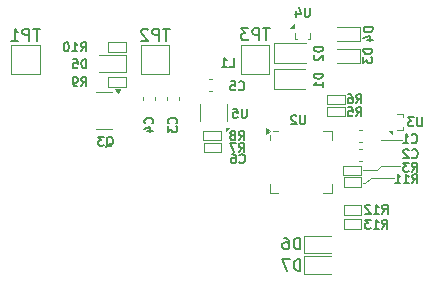
<source format=gbr>
%TF.GenerationSoftware,KiCad,Pcbnew,8.0.1*%
%TF.CreationDate,2024-09-08T05:12:41-06:00*%
%TF.ProjectId,USBHIDKey,55534248-4944-44b6-9579-2e6b69636164,rev?*%
%TF.SameCoordinates,Original*%
%TF.FileFunction,Legend,Bot*%
%TF.FilePolarity,Positive*%
%FSLAX46Y46*%
G04 Gerber Fmt 4.6, Leading zero omitted, Abs format (unit mm)*
G04 Created by KiCad (PCBNEW 8.0.1) date 2024-09-08 05:12:41*
%MOMM*%
%LPD*%
G01*
G04 APERTURE LIST*
%ADD10C,0.100000*%
%ADD11C,0.152400*%
%ADD12C,0.150000*%
%ADD13C,0.120000*%
G04 APERTURE END LIST*
D10*
X250494800Y-70180200D02*
X250164600Y-70510400D01*
X250164600Y-70510400D02*
X249021600Y-70510400D01*
X252095000Y-70180200D02*
X250494800Y-70180200D01*
X249199400Y-71577200D02*
X249021600Y-71577200D01*
X249631200Y-71145400D02*
X249199400Y-71577200D01*
X251612400Y-71145400D02*
X249631200Y-71145400D01*
X252285500Y-67945000D02*
X250494800Y-67945000D01*
D11*
X233164619Y-66548000D02*
X233200905Y-66511714D01*
X233200905Y-66511714D02*
X233237190Y-66402857D01*
X233237190Y-66402857D02*
X233237190Y-66330285D01*
X233237190Y-66330285D02*
X233200905Y-66221428D01*
X233200905Y-66221428D02*
X233128333Y-66148857D01*
X233128333Y-66148857D02*
X233055762Y-66112571D01*
X233055762Y-66112571D02*
X232910619Y-66076285D01*
X232910619Y-66076285D02*
X232801762Y-66076285D01*
X232801762Y-66076285D02*
X232656619Y-66112571D01*
X232656619Y-66112571D02*
X232584047Y-66148857D01*
X232584047Y-66148857D02*
X232511476Y-66221428D01*
X232511476Y-66221428D02*
X232475190Y-66330285D01*
X232475190Y-66330285D02*
X232475190Y-66402857D01*
X232475190Y-66402857D02*
X232511476Y-66511714D01*
X232511476Y-66511714D02*
X232547762Y-66548000D01*
X232475190Y-66802000D02*
X232475190Y-67273714D01*
X232475190Y-67273714D02*
X232765476Y-67019714D01*
X232765476Y-67019714D02*
X232765476Y-67128571D01*
X232765476Y-67128571D02*
X232801762Y-67201143D01*
X232801762Y-67201143D02*
X232838047Y-67237428D01*
X232838047Y-67237428D02*
X232910619Y-67273714D01*
X232910619Y-67273714D02*
X233092047Y-67273714D01*
X233092047Y-67273714D02*
X233164619Y-67237428D01*
X233164619Y-67237428D02*
X233200905Y-67201143D01*
X233200905Y-67201143D02*
X233237190Y-67128571D01*
X233237190Y-67128571D02*
X233237190Y-66910857D01*
X233237190Y-66910857D02*
X233200905Y-66838285D01*
X233200905Y-66838285D02*
X233164619Y-66802000D01*
X231158019Y-66548000D02*
X231194305Y-66511714D01*
X231194305Y-66511714D02*
X231230590Y-66402857D01*
X231230590Y-66402857D02*
X231230590Y-66330285D01*
X231230590Y-66330285D02*
X231194305Y-66221428D01*
X231194305Y-66221428D02*
X231121733Y-66148857D01*
X231121733Y-66148857D02*
X231049162Y-66112571D01*
X231049162Y-66112571D02*
X230904019Y-66076285D01*
X230904019Y-66076285D02*
X230795162Y-66076285D01*
X230795162Y-66076285D02*
X230650019Y-66112571D01*
X230650019Y-66112571D02*
X230577447Y-66148857D01*
X230577447Y-66148857D02*
X230504876Y-66221428D01*
X230504876Y-66221428D02*
X230468590Y-66330285D01*
X230468590Y-66330285D02*
X230468590Y-66402857D01*
X230468590Y-66402857D02*
X230504876Y-66511714D01*
X230504876Y-66511714D02*
X230541162Y-66548000D01*
X230722590Y-67201143D02*
X231230590Y-67201143D01*
X230432305Y-67019714D02*
X230976590Y-66838285D01*
X230976590Y-66838285D02*
X230976590Y-67310000D01*
X237667799Y-61736390D02*
X238030656Y-61736390D01*
X238030656Y-61736390D02*
X238030656Y-60974390D01*
X237014656Y-61736390D02*
X237450085Y-61736390D01*
X237232370Y-61736390D02*
X237232370Y-60974390D01*
X237232370Y-60974390D02*
X237304942Y-61083247D01*
X237304942Y-61083247D02*
X237377513Y-61155819D01*
X237377513Y-61155819D02*
X237450085Y-61192105D01*
X249797990Y-58416371D02*
X249035990Y-58416371D01*
X249035990Y-58416371D02*
X249035990Y-58597800D01*
X249035990Y-58597800D02*
X249072276Y-58706657D01*
X249072276Y-58706657D02*
X249144847Y-58779228D01*
X249144847Y-58779228D02*
X249217419Y-58815514D01*
X249217419Y-58815514D02*
X249362562Y-58851800D01*
X249362562Y-58851800D02*
X249471419Y-58851800D01*
X249471419Y-58851800D02*
X249616562Y-58815514D01*
X249616562Y-58815514D02*
X249689133Y-58779228D01*
X249689133Y-58779228D02*
X249761705Y-58706657D01*
X249761705Y-58706657D02*
X249797990Y-58597800D01*
X249797990Y-58597800D02*
X249797990Y-58416371D01*
X249289990Y-59504943D02*
X249797990Y-59504943D01*
X248999705Y-59323514D02*
X249543990Y-59142085D01*
X249543990Y-59142085D02*
X249543990Y-59613800D01*
X250629056Y-74182390D02*
X250883056Y-73819533D01*
X251064485Y-74182390D02*
X251064485Y-73420390D01*
X251064485Y-73420390D02*
X250774199Y-73420390D01*
X250774199Y-73420390D02*
X250701628Y-73456676D01*
X250701628Y-73456676D02*
X250665342Y-73492962D01*
X250665342Y-73492962D02*
X250629056Y-73565533D01*
X250629056Y-73565533D02*
X250629056Y-73674390D01*
X250629056Y-73674390D02*
X250665342Y-73746962D01*
X250665342Y-73746962D02*
X250701628Y-73783247D01*
X250701628Y-73783247D02*
X250774199Y-73819533D01*
X250774199Y-73819533D02*
X251064485Y-73819533D01*
X249903342Y-74182390D02*
X250338771Y-74182390D01*
X250121056Y-74182390D02*
X250121056Y-73420390D01*
X250121056Y-73420390D02*
X250193628Y-73529247D01*
X250193628Y-73529247D02*
X250266199Y-73601819D01*
X250266199Y-73601819D02*
X250338771Y-73638105D01*
X249613057Y-73492962D02*
X249576771Y-73456676D01*
X249576771Y-73456676D02*
X249504200Y-73420390D01*
X249504200Y-73420390D02*
X249322771Y-73420390D01*
X249322771Y-73420390D02*
X249250200Y-73456676D01*
X249250200Y-73456676D02*
X249213914Y-73492962D01*
X249213914Y-73492962D02*
X249177628Y-73565533D01*
X249177628Y-73565533D02*
X249177628Y-73638105D01*
X249177628Y-73638105D02*
X249213914Y-73746962D01*
X249213914Y-73746962D02*
X249649342Y-74182390D01*
X249649342Y-74182390D02*
X249177628Y-74182390D01*
X248411999Y-65952790D02*
X248665999Y-65589933D01*
X248847428Y-65952790D02*
X248847428Y-65190790D01*
X248847428Y-65190790D02*
X248557142Y-65190790D01*
X248557142Y-65190790D02*
X248484571Y-65227076D01*
X248484571Y-65227076D02*
X248448285Y-65263362D01*
X248448285Y-65263362D02*
X248411999Y-65335933D01*
X248411999Y-65335933D02*
X248411999Y-65444790D01*
X248411999Y-65444790D02*
X248448285Y-65517362D01*
X248448285Y-65517362D02*
X248484571Y-65553647D01*
X248484571Y-65553647D02*
X248557142Y-65589933D01*
X248557142Y-65589933D02*
X248847428Y-65589933D01*
X247722571Y-65190790D02*
X248085428Y-65190790D01*
X248085428Y-65190790D02*
X248121714Y-65553647D01*
X248121714Y-65553647D02*
X248085428Y-65517362D01*
X248085428Y-65517362D02*
X248012857Y-65481076D01*
X248012857Y-65481076D02*
X247831428Y-65481076D01*
X247831428Y-65481076D02*
X247758857Y-65517362D01*
X247758857Y-65517362D02*
X247722571Y-65553647D01*
X247722571Y-65553647D02*
X247686285Y-65626219D01*
X247686285Y-65626219D02*
X247686285Y-65807647D01*
X247686285Y-65807647D02*
X247722571Y-65880219D01*
X247722571Y-65880219D02*
X247758857Y-65916505D01*
X247758857Y-65916505D02*
X247831428Y-65952790D01*
X247831428Y-65952790D02*
X248012857Y-65952790D01*
X248012857Y-65952790D02*
X248085428Y-65916505D01*
X248085428Y-65916505D02*
X248121714Y-65880219D01*
X253143656Y-71616990D02*
X253397656Y-71254133D01*
X253579085Y-71616990D02*
X253579085Y-70854990D01*
X253579085Y-70854990D02*
X253288799Y-70854990D01*
X253288799Y-70854990D02*
X253216228Y-70891276D01*
X253216228Y-70891276D02*
X253179942Y-70927562D01*
X253179942Y-70927562D02*
X253143656Y-71000133D01*
X253143656Y-71000133D02*
X253143656Y-71108990D01*
X253143656Y-71108990D02*
X253179942Y-71181562D01*
X253179942Y-71181562D02*
X253216228Y-71217847D01*
X253216228Y-71217847D02*
X253288799Y-71254133D01*
X253288799Y-71254133D02*
X253579085Y-71254133D01*
X252417942Y-71616990D02*
X252853371Y-71616990D01*
X252635656Y-71616990D02*
X252635656Y-70854990D01*
X252635656Y-70854990D02*
X252708228Y-70963847D01*
X252708228Y-70963847D02*
X252780799Y-71036419D01*
X252780799Y-71036419D02*
X252853371Y-71072705D01*
X251692228Y-71616990D02*
X252127657Y-71616990D01*
X251909942Y-71616990D02*
X251909942Y-70854990D01*
X251909942Y-70854990D02*
X251982514Y-70963847D01*
X251982514Y-70963847D02*
X252055085Y-71036419D01*
X252055085Y-71036419D02*
X252127657Y-71072705D01*
X248411999Y-64860590D02*
X248665999Y-64497733D01*
X248847428Y-64860590D02*
X248847428Y-64098590D01*
X248847428Y-64098590D02*
X248557142Y-64098590D01*
X248557142Y-64098590D02*
X248484571Y-64134876D01*
X248484571Y-64134876D02*
X248448285Y-64171162D01*
X248448285Y-64171162D02*
X248411999Y-64243733D01*
X248411999Y-64243733D02*
X248411999Y-64352590D01*
X248411999Y-64352590D02*
X248448285Y-64425162D01*
X248448285Y-64425162D02*
X248484571Y-64461447D01*
X248484571Y-64461447D02*
X248557142Y-64497733D01*
X248557142Y-64497733D02*
X248847428Y-64497733D01*
X247758857Y-64098590D02*
X247903999Y-64098590D01*
X247903999Y-64098590D02*
X247976571Y-64134876D01*
X247976571Y-64134876D02*
X248012857Y-64171162D01*
X248012857Y-64171162D02*
X248085428Y-64280019D01*
X248085428Y-64280019D02*
X248121714Y-64425162D01*
X248121714Y-64425162D02*
X248121714Y-64715447D01*
X248121714Y-64715447D02*
X248085428Y-64788019D01*
X248085428Y-64788019D02*
X248049142Y-64824305D01*
X248049142Y-64824305D02*
X247976571Y-64860590D01*
X247976571Y-64860590D02*
X247831428Y-64860590D01*
X247831428Y-64860590D02*
X247758857Y-64824305D01*
X247758857Y-64824305D02*
X247722571Y-64788019D01*
X247722571Y-64788019D02*
X247686285Y-64715447D01*
X247686285Y-64715447D02*
X247686285Y-64534019D01*
X247686285Y-64534019D02*
X247722571Y-64461447D01*
X247722571Y-64461447D02*
X247758857Y-64425162D01*
X247758857Y-64425162D02*
X247831428Y-64388876D01*
X247831428Y-64388876D02*
X247976571Y-64388876D01*
X247976571Y-64388876D02*
X248049142Y-64425162D01*
X248049142Y-64425162D02*
X248085428Y-64461447D01*
X248085428Y-64461447D02*
X248121714Y-64534019D01*
X249772590Y-60245171D02*
X249010590Y-60245171D01*
X249010590Y-60245171D02*
X249010590Y-60426600D01*
X249010590Y-60426600D02*
X249046876Y-60535457D01*
X249046876Y-60535457D02*
X249119447Y-60608028D01*
X249119447Y-60608028D02*
X249192019Y-60644314D01*
X249192019Y-60644314D02*
X249337162Y-60680600D01*
X249337162Y-60680600D02*
X249446019Y-60680600D01*
X249446019Y-60680600D02*
X249591162Y-60644314D01*
X249591162Y-60644314D02*
X249663733Y-60608028D01*
X249663733Y-60608028D02*
X249736305Y-60535457D01*
X249736305Y-60535457D02*
X249772590Y-60426600D01*
X249772590Y-60426600D02*
X249772590Y-60245171D01*
X249010590Y-60934600D02*
X249010590Y-61406314D01*
X249010590Y-61406314D02*
X249300876Y-61152314D01*
X249300876Y-61152314D02*
X249300876Y-61261171D01*
X249300876Y-61261171D02*
X249337162Y-61333743D01*
X249337162Y-61333743D02*
X249373447Y-61370028D01*
X249373447Y-61370028D02*
X249446019Y-61406314D01*
X249446019Y-61406314D02*
X249627447Y-61406314D01*
X249627447Y-61406314D02*
X249700019Y-61370028D01*
X249700019Y-61370028D02*
X249736305Y-61333743D01*
X249736305Y-61333743D02*
X249772590Y-61261171D01*
X249772590Y-61261171D02*
X249772590Y-61043457D01*
X249772590Y-61043457D02*
X249736305Y-60970885D01*
X249736305Y-60970885D02*
X249700019Y-60934600D01*
X238531399Y-69842619D02*
X238567685Y-69878905D01*
X238567685Y-69878905D02*
X238676542Y-69915190D01*
X238676542Y-69915190D02*
X238749114Y-69915190D01*
X238749114Y-69915190D02*
X238857971Y-69878905D01*
X238857971Y-69878905D02*
X238930542Y-69806333D01*
X238930542Y-69806333D02*
X238966828Y-69733762D01*
X238966828Y-69733762D02*
X239003114Y-69588619D01*
X239003114Y-69588619D02*
X239003114Y-69479762D01*
X239003114Y-69479762D02*
X238966828Y-69334619D01*
X238966828Y-69334619D02*
X238930542Y-69262047D01*
X238930542Y-69262047D02*
X238857971Y-69189476D01*
X238857971Y-69189476D02*
X238749114Y-69153190D01*
X238749114Y-69153190D02*
X238676542Y-69153190D01*
X238676542Y-69153190D02*
X238567685Y-69189476D01*
X238567685Y-69189476D02*
X238531399Y-69225762D01*
X237878257Y-69153190D02*
X238023399Y-69153190D01*
X238023399Y-69153190D02*
X238095971Y-69189476D01*
X238095971Y-69189476D02*
X238132257Y-69225762D01*
X238132257Y-69225762D02*
X238204828Y-69334619D01*
X238204828Y-69334619D02*
X238241114Y-69479762D01*
X238241114Y-69479762D02*
X238241114Y-69770047D01*
X238241114Y-69770047D02*
X238204828Y-69842619D01*
X238204828Y-69842619D02*
X238168542Y-69878905D01*
X238168542Y-69878905D02*
X238095971Y-69915190D01*
X238095971Y-69915190D02*
X237950828Y-69915190D01*
X237950828Y-69915190D02*
X237878257Y-69878905D01*
X237878257Y-69878905D02*
X237841971Y-69842619D01*
X237841971Y-69842619D02*
X237805685Y-69770047D01*
X237805685Y-69770047D02*
X237805685Y-69588619D01*
X237805685Y-69588619D02*
X237841971Y-69516047D01*
X237841971Y-69516047D02*
X237878257Y-69479762D01*
X237878257Y-69479762D02*
X237950828Y-69443476D01*
X237950828Y-69443476D02*
X238095971Y-69443476D01*
X238095971Y-69443476D02*
X238168542Y-69479762D01*
X238168542Y-69479762D02*
X238204828Y-69516047D01*
X238204828Y-69516047D02*
X238241114Y-69588619D01*
X253110999Y-70626390D02*
X253364999Y-70263533D01*
X253546428Y-70626390D02*
X253546428Y-69864390D01*
X253546428Y-69864390D02*
X253256142Y-69864390D01*
X253256142Y-69864390D02*
X253183571Y-69900676D01*
X253183571Y-69900676D02*
X253147285Y-69936962D01*
X253147285Y-69936962D02*
X253110999Y-70009533D01*
X253110999Y-70009533D02*
X253110999Y-70118390D01*
X253110999Y-70118390D02*
X253147285Y-70190962D01*
X253147285Y-70190962D02*
X253183571Y-70227247D01*
X253183571Y-70227247D02*
X253256142Y-70263533D01*
X253256142Y-70263533D02*
X253546428Y-70263533D01*
X252856999Y-69864390D02*
X252385285Y-69864390D01*
X252385285Y-69864390D02*
X252639285Y-70154676D01*
X252639285Y-70154676D02*
X252530428Y-70154676D01*
X252530428Y-70154676D02*
X252457857Y-70190962D01*
X252457857Y-70190962D02*
X252421571Y-70227247D01*
X252421571Y-70227247D02*
X252385285Y-70299819D01*
X252385285Y-70299819D02*
X252385285Y-70481247D01*
X252385285Y-70481247D02*
X252421571Y-70553819D01*
X252421571Y-70553819D02*
X252457857Y-70590105D01*
X252457857Y-70590105D02*
X252530428Y-70626390D01*
X252530428Y-70626390D02*
X252748142Y-70626390D01*
X252748142Y-70626390D02*
X252820714Y-70590105D01*
X252820714Y-70590105D02*
X252856999Y-70553819D01*
X245581590Y-62327971D02*
X244819590Y-62327971D01*
X244819590Y-62327971D02*
X244819590Y-62509400D01*
X244819590Y-62509400D02*
X244855876Y-62618257D01*
X244855876Y-62618257D02*
X244928447Y-62690828D01*
X244928447Y-62690828D02*
X245001019Y-62727114D01*
X245001019Y-62727114D02*
X245146162Y-62763400D01*
X245146162Y-62763400D02*
X245255019Y-62763400D01*
X245255019Y-62763400D02*
X245400162Y-62727114D01*
X245400162Y-62727114D02*
X245472733Y-62690828D01*
X245472733Y-62690828D02*
X245545305Y-62618257D01*
X245545305Y-62618257D02*
X245581590Y-62509400D01*
X245581590Y-62509400D02*
X245581590Y-62327971D01*
X245581590Y-63489114D02*
X245581590Y-63053685D01*
X245581590Y-63271400D02*
X244819590Y-63271400D01*
X244819590Y-63271400D02*
X244928447Y-63198828D01*
X244928447Y-63198828D02*
X245001019Y-63126257D01*
X245001019Y-63126257D02*
X245037305Y-63053685D01*
X244471371Y-56757990D02*
X244471371Y-57374847D01*
X244471371Y-57374847D02*
X244435085Y-57447419D01*
X244435085Y-57447419D02*
X244398800Y-57483705D01*
X244398800Y-57483705D02*
X244326228Y-57519990D01*
X244326228Y-57519990D02*
X244181085Y-57519990D01*
X244181085Y-57519990D02*
X244108514Y-57483705D01*
X244108514Y-57483705D02*
X244072228Y-57447419D01*
X244072228Y-57447419D02*
X244035942Y-57374847D01*
X244035942Y-57374847D02*
X244035942Y-56757990D01*
X243346514Y-57011990D02*
X243346514Y-57519990D01*
X243527942Y-56721705D02*
X243709371Y-57265990D01*
X243709371Y-57265990D02*
X243237656Y-57265990D01*
X253110999Y-68140819D02*
X253147285Y-68177105D01*
X253147285Y-68177105D02*
X253256142Y-68213390D01*
X253256142Y-68213390D02*
X253328714Y-68213390D01*
X253328714Y-68213390D02*
X253437571Y-68177105D01*
X253437571Y-68177105D02*
X253510142Y-68104533D01*
X253510142Y-68104533D02*
X253546428Y-68031962D01*
X253546428Y-68031962D02*
X253582714Y-67886819D01*
X253582714Y-67886819D02*
X253582714Y-67777962D01*
X253582714Y-67777962D02*
X253546428Y-67632819D01*
X253546428Y-67632819D02*
X253510142Y-67560247D01*
X253510142Y-67560247D02*
X253437571Y-67487676D01*
X253437571Y-67487676D02*
X253328714Y-67451390D01*
X253328714Y-67451390D02*
X253256142Y-67451390D01*
X253256142Y-67451390D02*
X253147285Y-67487676D01*
X253147285Y-67487676D02*
X253110999Y-67523962D01*
X252385285Y-68213390D02*
X252820714Y-68213390D01*
X252602999Y-68213390D02*
X252602999Y-67451390D01*
X252602999Y-67451390D02*
X252675571Y-67560247D01*
X252675571Y-67560247D02*
X252748142Y-67632819D01*
X252748142Y-67632819D02*
X252820714Y-67669105D01*
X238480599Y-67959390D02*
X238734599Y-67596533D01*
X238916028Y-67959390D02*
X238916028Y-67197390D01*
X238916028Y-67197390D02*
X238625742Y-67197390D01*
X238625742Y-67197390D02*
X238553171Y-67233676D01*
X238553171Y-67233676D02*
X238516885Y-67269962D01*
X238516885Y-67269962D02*
X238480599Y-67342533D01*
X238480599Y-67342533D02*
X238480599Y-67451390D01*
X238480599Y-67451390D02*
X238516885Y-67523962D01*
X238516885Y-67523962D02*
X238553171Y-67560247D01*
X238553171Y-67560247D02*
X238625742Y-67596533D01*
X238625742Y-67596533D02*
X238916028Y-67596533D01*
X238045171Y-67523962D02*
X238117742Y-67487676D01*
X238117742Y-67487676D02*
X238154028Y-67451390D01*
X238154028Y-67451390D02*
X238190314Y-67378819D01*
X238190314Y-67378819D02*
X238190314Y-67342533D01*
X238190314Y-67342533D02*
X238154028Y-67269962D01*
X238154028Y-67269962D02*
X238117742Y-67233676D01*
X238117742Y-67233676D02*
X238045171Y-67197390D01*
X238045171Y-67197390D02*
X237900028Y-67197390D01*
X237900028Y-67197390D02*
X237827457Y-67233676D01*
X237827457Y-67233676D02*
X237791171Y-67269962D01*
X237791171Y-67269962D02*
X237754885Y-67342533D01*
X237754885Y-67342533D02*
X237754885Y-67378819D01*
X237754885Y-67378819D02*
X237791171Y-67451390D01*
X237791171Y-67451390D02*
X237827457Y-67487676D01*
X237827457Y-67487676D02*
X237900028Y-67523962D01*
X237900028Y-67523962D02*
X238045171Y-67523962D01*
X238045171Y-67523962D02*
X238117742Y-67560247D01*
X238117742Y-67560247D02*
X238154028Y-67596533D01*
X238154028Y-67596533D02*
X238190314Y-67669105D01*
X238190314Y-67669105D02*
X238190314Y-67814247D01*
X238190314Y-67814247D02*
X238154028Y-67886819D01*
X238154028Y-67886819D02*
X238117742Y-67923105D01*
X238117742Y-67923105D02*
X238045171Y-67959390D01*
X238045171Y-67959390D02*
X237900028Y-67959390D01*
X237900028Y-67959390D02*
X237827457Y-67923105D01*
X237827457Y-67923105D02*
X237791171Y-67886819D01*
X237791171Y-67886819D02*
X237754885Y-67814247D01*
X237754885Y-67814247D02*
X237754885Y-67669105D01*
X237754885Y-67669105D02*
X237791171Y-67596533D01*
X237791171Y-67596533D02*
X237827457Y-67560247D01*
X237827457Y-67560247D02*
X237900028Y-67523962D01*
D12*
X241088704Y-58509819D02*
X240517276Y-58509819D01*
X240802990Y-59509819D02*
X240802990Y-58509819D01*
X240183942Y-59509819D02*
X240183942Y-58509819D01*
X240183942Y-58509819D02*
X239802990Y-58509819D01*
X239802990Y-58509819D02*
X239707752Y-58557438D01*
X239707752Y-58557438D02*
X239660133Y-58605057D01*
X239660133Y-58605057D02*
X239612514Y-58700295D01*
X239612514Y-58700295D02*
X239612514Y-58843152D01*
X239612514Y-58843152D02*
X239660133Y-58938390D01*
X239660133Y-58938390D02*
X239707752Y-58986009D01*
X239707752Y-58986009D02*
X239802990Y-59033628D01*
X239802990Y-59033628D02*
X240183942Y-59033628D01*
X239279180Y-58509819D02*
X238660133Y-58509819D01*
X238660133Y-58509819D02*
X238993466Y-58890771D01*
X238993466Y-58890771D02*
X238850609Y-58890771D01*
X238850609Y-58890771D02*
X238755371Y-58938390D01*
X238755371Y-58938390D02*
X238707752Y-58986009D01*
X238707752Y-58986009D02*
X238660133Y-59081247D01*
X238660133Y-59081247D02*
X238660133Y-59319342D01*
X238660133Y-59319342D02*
X238707752Y-59414580D01*
X238707752Y-59414580D02*
X238755371Y-59462200D01*
X238755371Y-59462200D02*
X238850609Y-59509819D01*
X238850609Y-59509819D02*
X239136323Y-59509819D01*
X239136323Y-59509819D02*
X239231561Y-59462200D01*
X239231561Y-59462200D02*
X239279180Y-59414580D01*
D11*
X238480599Y-63670419D02*
X238516885Y-63706705D01*
X238516885Y-63706705D02*
X238625742Y-63742990D01*
X238625742Y-63742990D02*
X238698314Y-63742990D01*
X238698314Y-63742990D02*
X238807171Y-63706705D01*
X238807171Y-63706705D02*
X238879742Y-63634133D01*
X238879742Y-63634133D02*
X238916028Y-63561562D01*
X238916028Y-63561562D02*
X238952314Y-63416419D01*
X238952314Y-63416419D02*
X238952314Y-63307562D01*
X238952314Y-63307562D02*
X238916028Y-63162419D01*
X238916028Y-63162419D02*
X238879742Y-63089847D01*
X238879742Y-63089847D02*
X238807171Y-63017276D01*
X238807171Y-63017276D02*
X238698314Y-62980990D01*
X238698314Y-62980990D02*
X238625742Y-62980990D01*
X238625742Y-62980990D02*
X238516885Y-63017276D01*
X238516885Y-63017276D02*
X238480599Y-63053562D01*
X237791171Y-62980990D02*
X238154028Y-62980990D01*
X238154028Y-62980990D02*
X238190314Y-63343847D01*
X238190314Y-63343847D02*
X238154028Y-63307562D01*
X238154028Y-63307562D02*
X238081457Y-63271276D01*
X238081457Y-63271276D02*
X237900028Y-63271276D01*
X237900028Y-63271276D02*
X237827457Y-63307562D01*
X237827457Y-63307562D02*
X237791171Y-63343847D01*
X237791171Y-63343847D02*
X237754885Y-63416419D01*
X237754885Y-63416419D02*
X237754885Y-63597847D01*
X237754885Y-63597847D02*
X237791171Y-63670419D01*
X237791171Y-63670419D02*
X237827457Y-63706705D01*
X237827457Y-63706705D02*
X237900028Y-63742990D01*
X237900028Y-63742990D02*
X238081457Y-63742990D01*
X238081457Y-63742990D02*
X238154028Y-63706705D01*
X238154028Y-63706705D02*
X238190314Y-63670419D01*
D12*
X221632304Y-58535219D02*
X221060876Y-58535219D01*
X221346590Y-59535219D02*
X221346590Y-58535219D01*
X220727542Y-59535219D02*
X220727542Y-58535219D01*
X220727542Y-58535219D02*
X220346590Y-58535219D01*
X220346590Y-58535219D02*
X220251352Y-58582838D01*
X220251352Y-58582838D02*
X220203733Y-58630457D01*
X220203733Y-58630457D02*
X220156114Y-58725695D01*
X220156114Y-58725695D02*
X220156114Y-58868552D01*
X220156114Y-58868552D02*
X220203733Y-58963790D01*
X220203733Y-58963790D02*
X220251352Y-59011409D01*
X220251352Y-59011409D02*
X220346590Y-59059028D01*
X220346590Y-59059028D02*
X220727542Y-59059028D01*
X219203733Y-59535219D02*
X219775161Y-59535219D01*
X219489447Y-59535219D02*
X219489447Y-58535219D01*
X219489447Y-58535219D02*
X219584685Y-58678076D01*
X219584685Y-58678076D02*
X219679923Y-58773314D01*
X219679923Y-58773314D02*
X219775161Y-58820933D01*
D11*
X238480599Y-68975390D02*
X238734599Y-68612533D01*
X238916028Y-68975390D02*
X238916028Y-68213390D01*
X238916028Y-68213390D02*
X238625742Y-68213390D01*
X238625742Y-68213390D02*
X238553171Y-68249676D01*
X238553171Y-68249676D02*
X238516885Y-68285962D01*
X238516885Y-68285962D02*
X238480599Y-68358533D01*
X238480599Y-68358533D02*
X238480599Y-68467390D01*
X238480599Y-68467390D02*
X238516885Y-68539962D01*
X238516885Y-68539962D02*
X238553171Y-68576247D01*
X238553171Y-68576247D02*
X238625742Y-68612533D01*
X238625742Y-68612533D02*
X238916028Y-68612533D01*
X238226599Y-68213390D02*
X237718599Y-68213390D01*
X237718599Y-68213390D02*
X238045171Y-68975390D01*
X225120199Y-63387390D02*
X225374199Y-63024533D01*
X225555628Y-63387390D02*
X225555628Y-62625390D01*
X225555628Y-62625390D02*
X225265342Y-62625390D01*
X225265342Y-62625390D02*
X225192771Y-62661676D01*
X225192771Y-62661676D02*
X225156485Y-62697962D01*
X225156485Y-62697962D02*
X225120199Y-62770533D01*
X225120199Y-62770533D02*
X225120199Y-62879390D01*
X225120199Y-62879390D02*
X225156485Y-62951962D01*
X225156485Y-62951962D02*
X225192771Y-62988247D01*
X225192771Y-62988247D02*
X225265342Y-63024533D01*
X225265342Y-63024533D02*
X225555628Y-63024533D01*
X224757342Y-63387390D02*
X224612199Y-63387390D01*
X224612199Y-63387390D02*
X224539628Y-63351105D01*
X224539628Y-63351105D02*
X224503342Y-63314819D01*
X224503342Y-63314819D02*
X224430771Y-63205962D01*
X224430771Y-63205962D02*
X224394485Y-63060819D01*
X224394485Y-63060819D02*
X224394485Y-62770533D01*
X224394485Y-62770533D02*
X224430771Y-62697962D01*
X224430771Y-62697962D02*
X224467057Y-62661676D01*
X224467057Y-62661676D02*
X224539628Y-62625390D01*
X224539628Y-62625390D02*
X224684771Y-62625390D01*
X224684771Y-62625390D02*
X224757342Y-62661676D01*
X224757342Y-62661676D02*
X224793628Y-62697962D01*
X224793628Y-62697962D02*
X224829914Y-62770533D01*
X224829914Y-62770533D02*
X224829914Y-62951962D01*
X224829914Y-62951962D02*
X224793628Y-63024533D01*
X224793628Y-63024533D02*
X224757342Y-63060819D01*
X224757342Y-63060819D02*
X224684771Y-63097105D01*
X224684771Y-63097105D02*
X224539628Y-63097105D01*
X224539628Y-63097105D02*
X224467057Y-63060819D01*
X224467057Y-63060819D02*
X224430771Y-63024533D01*
X224430771Y-63024533D02*
X224394485Y-62951962D01*
X253136399Y-69436219D02*
X253172685Y-69472505D01*
X253172685Y-69472505D02*
X253281542Y-69508790D01*
X253281542Y-69508790D02*
X253354114Y-69508790D01*
X253354114Y-69508790D02*
X253462971Y-69472505D01*
X253462971Y-69472505D02*
X253535542Y-69399933D01*
X253535542Y-69399933D02*
X253571828Y-69327362D01*
X253571828Y-69327362D02*
X253608114Y-69182219D01*
X253608114Y-69182219D02*
X253608114Y-69073362D01*
X253608114Y-69073362D02*
X253571828Y-68928219D01*
X253571828Y-68928219D02*
X253535542Y-68855647D01*
X253535542Y-68855647D02*
X253462971Y-68783076D01*
X253462971Y-68783076D02*
X253354114Y-68746790D01*
X253354114Y-68746790D02*
X253281542Y-68746790D01*
X253281542Y-68746790D02*
X253172685Y-68783076D01*
X253172685Y-68783076D02*
X253136399Y-68819362D01*
X252846114Y-68819362D02*
X252809828Y-68783076D01*
X252809828Y-68783076D02*
X252737257Y-68746790D01*
X252737257Y-68746790D02*
X252555828Y-68746790D01*
X252555828Y-68746790D02*
X252483257Y-68783076D01*
X252483257Y-68783076D02*
X252446971Y-68819362D01*
X252446971Y-68819362D02*
X252410685Y-68891933D01*
X252410685Y-68891933D02*
X252410685Y-68964505D01*
X252410685Y-68964505D02*
X252446971Y-69073362D01*
X252446971Y-69073362D02*
X252882399Y-69508790D01*
X252882399Y-69508790D02*
X252410685Y-69508790D01*
D12*
X232630504Y-58535219D02*
X232059076Y-58535219D01*
X232344790Y-59535219D02*
X232344790Y-58535219D01*
X231725742Y-59535219D02*
X231725742Y-58535219D01*
X231725742Y-58535219D02*
X231344790Y-58535219D01*
X231344790Y-58535219D02*
X231249552Y-58582838D01*
X231249552Y-58582838D02*
X231201933Y-58630457D01*
X231201933Y-58630457D02*
X231154314Y-58725695D01*
X231154314Y-58725695D02*
X231154314Y-58868552D01*
X231154314Y-58868552D02*
X231201933Y-58963790D01*
X231201933Y-58963790D02*
X231249552Y-59011409D01*
X231249552Y-59011409D02*
X231344790Y-59059028D01*
X231344790Y-59059028D02*
X231725742Y-59059028D01*
X230773361Y-58630457D02*
X230725742Y-58582838D01*
X230725742Y-58582838D02*
X230630504Y-58535219D01*
X230630504Y-58535219D02*
X230392409Y-58535219D01*
X230392409Y-58535219D02*
X230297171Y-58582838D01*
X230297171Y-58582838D02*
X230249552Y-58630457D01*
X230249552Y-58630457D02*
X230201933Y-58725695D01*
X230201933Y-58725695D02*
X230201933Y-58820933D01*
X230201933Y-58820933D02*
X230249552Y-58963790D01*
X230249552Y-58963790D02*
X230820980Y-59535219D01*
X230820980Y-59535219D02*
X230201933Y-59535219D01*
D11*
X225102056Y-60440990D02*
X225356056Y-60078133D01*
X225537485Y-60440990D02*
X225537485Y-59678990D01*
X225537485Y-59678990D02*
X225247199Y-59678990D01*
X225247199Y-59678990D02*
X225174628Y-59715276D01*
X225174628Y-59715276D02*
X225138342Y-59751562D01*
X225138342Y-59751562D02*
X225102056Y-59824133D01*
X225102056Y-59824133D02*
X225102056Y-59932990D01*
X225102056Y-59932990D02*
X225138342Y-60005562D01*
X225138342Y-60005562D02*
X225174628Y-60041847D01*
X225174628Y-60041847D02*
X225247199Y-60078133D01*
X225247199Y-60078133D02*
X225537485Y-60078133D01*
X224376342Y-60440990D02*
X224811771Y-60440990D01*
X224594056Y-60440990D02*
X224594056Y-59678990D01*
X224594056Y-59678990D02*
X224666628Y-59787847D01*
X224666628Y-59787847D02*
X224739199Y-59860419D01*
X224739199Y-59860419D02*
X224811771Y-59896705D01*
X223904628Y-59678990D02*
X223832057Y-59678990D01*
X223832057Y-59678990D02*
X223759485Y-59715276D01*
X223759485Y-59715276D02*
X223723200Y-59751562D01*
X223723200Y-59751562D02*
X223686914Y-59824133D01*
X223686914Y-59824133D02*
X223650628Y-59969276D01*
X223650628Y-59969276D02*
X223650628Y-60150705D01*
X223650628Y-60150705D02*
X223686914Y-60295847D01*
X223686914Y-60295847D02*
X223723200Y-60368419D01*
X223723200Y-60368419D02*
X223759485Y-60404705D01*
X223759485Y-60404705D02*
X223832057Y-60440990D01*
X223832057Y-60440990D02*
X223904628Y-60440990D01*
X223904628Y-60440990D02*
X223977200Y-60404705D01*
X223977200Y-60404705D02*
X224013485Y-60368419D01*
X224013485Y-60368419D02*
X224049771Y-60295847D01*
X224049771Y-60295847D02*
X224086057Y-60150705D01*
X224086057Y-60150705D02*
X224086057Y-59969276D01*
X224086057Y-59969276D02*
X224049771Y-59824133D01*
X224049771Y-59824133D02*
X224013485Y-59751562D01*
X224013485Y-59751562D02*
X223977200Y-59715276D01*
X223977200Y-59715276D02*
X223904628Y-59678990D01*
D12*
X243688094Y-79044819D02*
X243688094Y-78044819D01*
X243688094Y-78044819D02*
X243449999Y-78044819D01*
X243449999Y-78044819D02*
X243307142Y-78092438D01*
X243307142Y-78092438D02*
X243211904Y-78187676D01*
X243211904Y-78187676D02*
X243164285Y-78282914D01*
X243164285Y-78282914D02*
X243116666Y-78473390D01*
X243116666Y-78473390D02*
X243116666Y-78616247D01*
X243116666Y-78616247D02*
X243164285Y-78806723D01*
X243164285Y-78806723D02*
X243211904Y-78901961D01*
X243211904Y-78901961D02*
X243307142Y-78997200D01*
X243307142Y-78997200D02*
X243449999Y-79044819D01*
X243449999Y-79044819D02*
X243688094Y-79044819D01*
X242783332Y-78044819D02*
X242116666Y-78044819D01*
X242116666Y-78044819D02*
X242545237Y-79044819D01*
D11*
X244090371Y-65851190D02*
X244090371Y-66468047D01*
X244090371Y-66468047D02*
X244054085Y-66540619D01*
X244054085Y-66540619D02*
X244017800Y-66576905D01*
X244017800Y-66576905D02*
X243945228Y-66613190D01*
X243945228Y-66613190D02*
X243800085Y-66613190D01*
X243800085Y-66613190D02*
X243727514Y-66576905D01*
X243727514Y-66576905D02*
X243691228Y-66540619D01*
X243691228Y-66540619D02*
X243654942Y-66468047D01*
X243654942Y-66468047D02*
X243654942Y-65851190D01*
X243328371Y-65923762D02*
X243292085Y-65887476D01*
X243292085Y-65887476D02*
X243219514Y-65851190D01*
X243219514Y-65851190D02*
X243038085Y-65851190D01*
X243038085Y-65851190D02*
X242965514Y-65887476D01*
X242965514Y-65887476D02*
X242929228Y-65923762D01*
X242929228Y-65923762D02*
X242892942Y-65996333D01*
X242892942Y-65996333D02*
X242892942Y-66068905D01*
X242892942Y-66068905D02*
X242929228Y-66177762D01*
X242929228Y-66177762D02*
X243364656Y-66613190D01*
X243364656Y-66613190D02*
X242892942Y-66613190D01*
X254021771Y-66028990D02*
X254021771Y-66645847D01*
X254021771Y-66645847D02*
X253985485Y-66718419D01*
X253985485Y-66718419D02*
X253949200Y-66754705D01*
X253949200Y-66754705D02*
X253876628Y-66790990D01*
X253876628Y-66790990D02*
X253731485Y-66790990D01*
X253731485Y-66790990D02*
X253658914Y-66754705D01*
X253658914Y-66754705D02*
X253622628Y-66718419D01*
X253622628Y-66718419D02*
X253586342Y-66645847D01*
X253586342Y-66645847D02*
X253586342Y-66028990D01*
X253296056Y-66028990D02*
X252824342Y-66028990D01*
X252824342Y-66028990D02*
X253078342Y-66319276D01*
X253078342Y-66319276D02*
X252969485Y-66319276D01*
X252969485Y-66319276D02*
X252896914Y-66355562D01*
X252896914Y-66355562D02*
X252860628Y-66391847D01*
X252860628Y-66391847D02*
X252824342Y-66464419D01*
X252824342Y-66464419D02*
X252824342Y-66645847D01*
X252824342Y-66645847D02*
X252860628Y-66718419D01*
X252860628Y-66718419D02*
X252896914Y-66754705D01*
X252896914Y-66754705D02*
X252969485Y-66790990D01*
X252969485Y-66790990D02*
X253187199Y-66790990D01*
X253187199Y-66790990D02*
X253259771Y-66754705D01*
X253259771Y-66754705D02*
X253296056Y-66718419D01*
D12*
X243690594Y-77224819D02*
X243690594Y-76224819D01*
X243690594Y-76224819D02*
X243452499Y-76224819D01*
X243452499Y-76224819D02*
X243309642Y-76272438D01*
X243309642Y-76272438D02*
X243214404Y-76367676D01*
X243214404Y-76367676D02*
X243166785Y-76462914D01*
X243166785Y-76462914D02*
X243119166Y-76653390D01*
X243119166Y-76653390D02*
X243119166Y-76796247D01*
X243119166Y-76796247D02*
X243166785Y-76986723D01*
X243166785Y-76986723D02*
X243214404Y-77081961D01*
X243214404Y-77081961D02*
X243309642Y-77177200D01*
X243309642Y-77177200D02*
X243452499Y-77224819D01*
X243452499Y-77224819D02*
X243690594Y-77224819D01*
X242262023Y-76224819D02*
X242452499Y-76224819D01*
X242452499Y-76224819D02*
X242547737Y-76272438D01*
X242547737Y-76272438D02*
X242595356Y-76320057D01*
X242595356Y-76320057D02*
X242690594Y-76462914D01*
X242690594Y-76462914D02*
X242738213Y-76653390D01*
X242738213Y-76653390D02*
X242738213Y-77034342D01*
X242738213Y-77034342D02*
X242690594Y-77129580D01*
X242690594Y-77129580D02*
X242642975Y-77177200D01*
X242642975Y-77177200D02*
X242547737Y-77224819D01*
X242547737Y-77224819D02*
X242357261Y-77224819D01*
X242357261Y-77224819D02*
X242262023Y-77177200D01*
X242262023Y-77177200D02*
X242214404Y-77129580D01*
X242214404Y-77129580D02*
X242166785Y-77034342D01*
X242166785Y-77034342D02*
X242166785Y-76796247D01*
X242166785Y-76796247D02*
X242214404Y-76701009D01*
X242214404Y-76701009D02*
X242262023Y-76653390D01*
X242262023Y-76653390D02*
X242357261Y-76605771D01*
X242357261Y-76605771D02*
X242547737Y-76605771D01*
X242547737Y-76605771D02*
X242642975Y-76653390D01*
X242642975Y-76653390D02*
X242690594Y-76701009D01*
X242690594Y-76701009D02*
X242738213Y-76796247D01*
D11*
X245606990Y-60041971D02*
X244844990Y-60041971D01*
X244844990Y-60041971D02*
X244844990Y-60223400D01*
X244844990Y-60223400D02*
X244881276Y-60332257D01*
X244881276Y-60332257D02*
X244953847Y-60404828D01*
X244953847Y-60404828D02*
X245026419Y-60441114D01*
X245026419Y-60441114D02*
X245171562Y-60477400D01*
X245171562Y-60477400D02*
X245280419Y-60477400D01*
X245280419Y-60477400D02*
X245425562Y-60441114D01*
X245425562Y-60441114D02*
X245498133Y-60404828D01*
X245498133Y-60404828D02*
X245570705Y-60332257D01*
X245570705Y-60332257D02*
X245606990Y-60223400D01*
X245606990Y-60223400D02*
X245606990Y-60041971D01*
X244917562Y-60767685D02*
X244881276Y-60803971D01*
X244881276Y-60803971D02*
X244844990Y-60876543D01*
X244844990Y-60876543D02*
X244844990Y-61057971D01*
X244844990Y-61057971D02*
X244881276Y-61130543D01*
X244881276Y-61130543D02*
X244917562Y-61166828D01*
X244917562Y-61166828D02*
X244990133Y-61203114D01*
X244990133Y-61203114D02*
X245062705Y-61203114D01*
X245062705Y-61203114D02*
X245171562Y-61166828D01*
X245171562Y-61166828D02*
X245606990Y-60731400D01*
X245606990Y-60731400D02*
X245606990Y-61203114D01*
X239137371Y-65317790D02*
X239137371Y-65934647D01*
X239137371Y-65934647D02*
X239101085Y-66007219D01*
X239101085Y-66007219D02*
X239064800Y-66043505D01*
X239064800Y-66043505D02*
X238992228Y-66079790D01*
X238992228Y-66079790D02*
X238847085Y-66079790D01*
X238847085Y-66079790D02*
X238774514Y-66043505D01*
X238774514Y-66043505D02*
X238738228Y-66007219D01*
X238738228Y-66007219D02*
X238701942Y-65934647D01*
X238701942Y-65934647D02*
X238701942Y-65317790D01*
X237976228Y-65317790D02*
X238339085Y-65317790D01*
X238339085Y-65317790D02*
X238375371Y-65680647D01*
X238375371Y-65680647D02*
X238339085Y-65644362D01*
X238339085Y-65644362D02*
X238266514Y-65608076D01*
X238266514Y-65608076D02*
X238085085Y-65608076D01*
X238085085Y-65608076D02*
X238012514Y-65644362D01*
X238012514Y-65644362D02*
X237976228Y-65680647D01*
X237976228Y-65680647D02*
X237939942Y-65753219D01*
X237939942Y-65753219D02*
X237939942Y-65934647D01*
X237939942Y-65934647D02*
X237976228Y-66007219D01*
X237976228Y-66007219D02*
X238012514Y-66043505D01*
X238012514Y-66043505D02*
X238085085Y-66079790D01*
X238085085Y-66079790D02*
X238266514Y-66079790D01*
X238266514Y-66079790D02*
X238339085Y-66043505D01*
X238339085Y-66043505D02*
X238375371Y-66007219D01*
X225555628Y-61888790D02*
X225555628Y-61126790D01*
X225555628Y-61126790D02*
X225374199Y-61126790D01*
X225374199Y-61126790D02*
X225265342Y-61163076D01*
X225265342Y-61163076D02*
X225192771Y-61235647D01*
X225192771Y-61235647D02*
X225156485Y-61308219D01*
X225156485Y-61308219D02*
X225120199Y-61453362D01*
X225120199Y-61453362D02*
X225120199Y-61562219D01*
X225120199Y-61562219D02*
X225156485Y-61707362D01*
X225156485Y-61707362D02*
X225192771Y-61779933D01*
X225192771Y-61779933D02*
X225265342Y-61852505D01*
X225265342Y-61852505D02*
X225374199Y-61888790D01*
X225374199Y-61888790D02*
X225555628Y-61888790D01*
X224430771Y-61126790D02*
X224793628Y-61126790D01*
X224793628Y-61126790D02*
X224829914Y-61489647D01*
X224829914Y-61489647D02*
X224793628Y-61453362D01*
X224793628Y-61453362D02*
X224721057Y-61417076D01*
X224721057Y-61417076D02*
X224539628Y-61417076D01*
X224539628Y-61417076D02*
X224467057Y-61453362D01*
X224467057Y-61453362D02*
X224430771Y-61489647D01*
X224430771Y-61489647D02*
X224394485Y-61562219D01*
X224394485Y-61562219D02*
X224394485Y-61743647D01*
X224394485Y-61743647D02*
X224430771Y-61816219D01*
X224430771Y-61816219D02*
X224467057Y-61852505D01*
X224467057Y-61852505D02*
X224539628Y-61888790D01*
X224539628Y-61888790D02*
X224721057Y-61888790D01*
X224721057Y-61888790D02*
X224793628Y-61852505D01*
X224793628Y-61852505D02*
X224829914Y-61816219D01*
X250603656Y-75452390D02*
X250857656Y-75089533D01*
X251039085Y-75452390D02*
X251039085Y-74690390D01*
X251039085Y-74690390D02*
X250748799Y-74690390D01*
X250748799Y-74690390D02*
X250676228Y-74726676D01*
X250676228Y-74726676D02*
X250639942Y-74762962D01*
X250639942Y-74762962D02*
X250603656Y-74835533D01*
X250603656Y-74835533D02*
X250603656Y-74944390D01*
X250603656Y-74944390D02*
X250639942Y-75016962D01*
X250639942Y-75016962D02*
X250676228Y-75053247D01*
X250676228Y-75053247D02*
X250748799Y-75089533D01*
X250748799Y-75089533D02*
X251039085Y-75089533D01*
X249877942Y-75452390D02*
X250313371Y-75452390D01*
X250095656Y-75452390D02*
X250095656Y-74690390D01*
X250095656Y-74690390D02*
X250168228Y-74799247D01*
X250168228Y-74799247D02*
X250240799Y-74871819D01*
X250240799Y-74871819D02*
X250313371Y-74908105D01*
X249623942Y-74690390D02*
X249152228Y-74690390D01*
X249152228Y-74690390D02*
X249406228Y-74980676D01*
X249406228Y-74980676D02*
X249297371Y-74980676D01*
X249297371Y-74980676D02*
X249224800Y-75016962D01*
X249224800Y-75016962D02*
X249188514Y-75053247D01*
X249188514Y-75053247D02*
X249152228Y-75125819D01*
X249152228Y-75125819D02*
X249152228Y-75307247D01*
X249152228Y-75307247D02*
X249188514Y-75379819D01*
X249188514Y-75379819D02*
X249224800Y-75416105D01*
X249224800Y-75416105D02*
X249297371Y-75452390D01*
X249297371Y-75452390D02*
X249515085Y-75452390D01*
X249515085Y-75452390D02*
X249587657Y-75416105D01*
X249587657Y-75416105D02*
X249623942Y-75379819D01*
X227250171Y-68514562D02*
X227322742Y-68478276D01*
X227322742Y-68478276D02*
X227395314Y-68405705D01*
X227395314Y-68405705D02*
X227504171Y-68296847D01*
X227504171Y-68296847D02*
X227576742Y-68260562D01*
X227576742Y-68260562D02*
X227649314Y-68260562D01*
X227613028Y-68441990D02*
X227685600Y-68405705D01*
X227685600Y-68405705D02*
X227758171Y-68333133D01*
X227758171Y-68333133D02*
X227794457Y-68187990D01*
X227794457Y-68187990D02*
X227794457Y-67933990D01*
X227794457Y-67933990D02*
X227758171Y-67788847D01*
X227758171Y-67788847D02*
X227685600Y-67716276D01*
X227685600Y-67716276D02*
X227613028Y-67679990D01*
X227613028Y-67679990D02*
X227467885Y-67679990D01*
X227467885Y-67679990D02*
X227395314Y-67716276D01*
X227395314Y-67716276D02*
X227322742Y-67788847D01*
X227322742Y-67788847D02*
X227286457Y-67933990D01*
X227286457Y-67933990D02*
X227286457Y-68187990D01*
X227286457Y-68187990D02*
X227322742Y-68333133D01*
X227322742Y-68333133D02*
X227395314Y-68405705D01*
X227395314Y-68405705D02*
X227467885Y-68441990D01*
X227467885Y-68441990D02*
X227613028Y-68441990D01*
X227032456Y-67679990D02*
X226560742Y-67679990D01*
X226560742Y-67679990D02*
X226814742Y-67970276D01*
X226814742Y-67970276D02*
X226705885Y-67970276D01*
X226705885Y-67970276D02*
X226633314Y-68006562D01*
X226633314Y-68006562D02*
X226597028Y-68042847D01*
X226597028Y-68042847D02*
X226560742Y-68115419D01*
X226560742Y-68115419D02*
X226560742Y-68296847D01*
X226560742Y-68296847D02*
X226597028Y-68369419D01*
X226597028Y-68369419D02*
X226633314Y-68405705D01*
X226633314Y-68405705D02*
X226705885Y-68441990D01*
X226705885Y-68441990D02*
X226923599Y-68441990D01*
X226923599Y-68441990D02*
X226996171Y-68405705D01*
X226996171Y-68405705D02*
X227032456Y-68369419D01*
D13*
%TO.C,C3*%
X232357200Y-64580380D02*
X232357200Y-64299220D01*
X233377200Y-64580380D02*
X233377200Y-64299220D01*
%TO.C,C4*%
X230337600Y-64580380D02*
X230337600Y-64299220D01*
X231357600Y-64580380D02*
X231357600Y-64299220D01*
%TO.C,D4*%
X248721000Y-58378800D02*
X246761000Y-58378800D01*
X248721000Y-59578800D02*
X246761000Y-59578800D01*
X248721000Y-59578800D02*
X248721000Y-58378800D01*
D10*
%TO.C,R12*%
X247342400Y-73488600D02*
X247342400Y-74288600D01*
X247342400Y-74288600D02*
X248842400Y-74288600D01*
X248842400Y-73488600D02*
X247342400Y-73488600D01*
X248842400Y-74288600D02*
X248842400Y-73488600D01*
%TO.C,R5*%
X245950000Y-64141400D02*
X245950000Y-64941400D01*
X245950000Y-64941400D02*
X247450000Y-64941400D01*
X247450000Y-64141400D02*
X245950000Y-64141400D01*
X247450000Y-64941400D02*
X247450000Y-64141400D01*
%TO.C,R11*%
X247342400Y-71126400D02*
X247342400Y-71926400D01*
X247342400Y-71926400D02*
X248842400Y-71926400D01*
X248842400Y-71126400D02*
X247342400Y-71126400D01*
X248842400Y-71926400D02*
X248842400Y-71126400D01*
%TO.C,R6*%
X245950000Y-65132000D02*
X245950000Y-65932000D01*
X245950000Y-65932000D02*
X247450000Y-65932000D01*
X247450000Y-65132000D02*
X245950000Y-65132000D01*
X247450000Y-65932000D02*
X247450000Y-65132000D01*
D13*
%TO.C,D3*%
X248721000Y-60258400D02*
X246761000Y-60258400D01*
X248721000Y-61458400D02*
X246761000Y-61458400D01*
X248721000Y-61458400D02*
X248721000Y-60258400D01*
D10*
%TO.C,R3*%
X247331800Y-70135800D02*
X247331800Y-70935800D01*
X247331800Y-70935800D02*
X248831800Y-70935800D01*
X248831800Y-70135800D02*
X247331800Y-70135800D01*
X248831800Y-70935800D02*
X248831800Y-70135800D01*
D13*
%TO.C,D1*%
X241434000Y-61964200D02*
X241434000Y-63664200D01*
X244094000Y-61964200D02*
X241434000Y-61964200D01*
X244094000Y-63664200D02*
X241434000Y-63664200D01*
%TO.C,U4*%
X243235200Y-59420400D02*
X243235200Y-58870400D01*
X243435200Y-59420400D02*
X243235200Y-59420400D01*
X244335200Y-59420400D02*
X244535200Y-59420400D01*
X244535200Y-59420400D02*
X244535200Y-58870400D01*
X243125200Y-58440400D02*
X242845200Y-58440400D01*
X243125200Y-58160400D01*
X243125200Y-58440400D01*
G36*
X243125200Y-58440400D02*
G01*
X242845200Y-58440400D01*
X243125200Y-58160400D01*
X243125200Y-58440400D01*
G37*
%TO.C,C1*%
X248933580Y-67134800D02*
X248652420Y-67134800D01*
X248933580Y-68154800D02*
X248652420Y-68154800D01*
D10*
%TO.C,R8*%
X235480600Y-67189400D02*
X235480600Y-67989400D01*
X235480600Y-67989400D02*
X236980600Y-67989400D01*
X236980600Y-67189400D02*
X235480600Y-67189400D01*
X236980600Y-67989400D02*
X236980600Y-67189400D01*
D13*
%TO.C,TP3*%
X238626800Y-59937800D02*
X241026800Y-59937800D01*
X238626800Y-62337800D02*
X238626800Y-59937800D01*
X241026800Y-59937800D02*
X241026800Y-62337800D01*
X241026800Y-62337800D02*
X238626800Y-62337800D01*
%TO.C,C5*%
X235914620Y-62786800D02*
X236195780Y-62786800D01*
X235914620Y-63806800D02*
X236195780Y-63806800D01*
%TO.C,TP1*%
X219221200Y-59937800D02*
X221621200Y-59937800D01*
X219221200Y-62337800D02*
X219221200Y-59937800D01*
X221621200Y-59937800D02*
X221621200Y-62337800D01*
X221621200Y-62337800D02*
X219221200Y-62337800D01*
D10*
%TO.C,R7*%
X235485200Y-68180000D02*
X235485200Y-68980000D01*
X235485200Y-68980000D02*
X236985200Y-68980000D01*
X236985200Y-68180000D02*
X235485200Y-68180000D01*
X236985200Y-68980000D02*
X236985200Y-68180000D01*
%TO.C,R9*%
X227418200Y-62642800D02*
X227418200Y-63442800D01*
X227418200Y-63442800D02*
X228918200Y-63442800D01*
X228918200Y-62642800D02*
X227418200Y-62642800D01*
X228918200Y-63442800D02*
X228918200Y-62642800D01*
D13*
%TO.C,C2*%
X248933580Y-68705000D02*
X248652420Y-68705000D01*
X248933580Y-69725000D02*
X248652420Y-69725000D01*
%TO.C,TP2*%
X230168600Y-59937800D02*
X232568600Y-59937800D01*
X230168600Y-62337800D02*
X230168600Y-59937800D01*
X232568600Y-59937800D02*
X232568600Y-62337800D01*
X232568600Y-62337800D02*
X230168600Y-62337800D01*
D10*
%TO.C,R10*%
X227418200Y-59671000D02*
X227418200Y-60471000D01*
X227418200Y-60471000D02*
X228918200Y-60471000D01*
X228918200Y-59671000D02*
X227418200Y-59671000D01*
X228918200Y-60471000D02*
X228918200Y-59671000D01*
D13*
%TO.C,D7*%
X243972500Y-77795000D02*
X243972500Y-79265000D01*
X243972500Y-79265000D02*
X246257500Y-79265000D01*
X246257500Y-77795000D02*
X243972500Y-77795000D01*
%TO.C,U2*%
X241105400Y-67514600D02*
X241105400Y-67939600D01*
X241105400Y-72434600D02*
X241105400Y-71709600D01*
X241345400Y-67214600D02*
X241830400Y-67214600D01*
X241830400Y-72434600D02*
X241105400Y-72434600D01*
X245600400Y-67214600D02*
X246325400Y-67214600D01*
X245600400Y-72434600D02*
X246325400Y-72434600D01*
X246325400Y-67214600D02*
X246325400Y-67939600D01*
X246325400Y-72434600D02*
X246325400Y-71709600D01*
X241105400Y-67214600D02*
X240775400Y-67454600D01*
X240775400Y-66974600D01*
X241105400Y-67214600D01*
G36*
X241105400Y-67214600D02*
G01*
X240775400Y-67454600D01*
X240775400Y-66974600D01*
X241105400Y-67214600D01*
G37*
%TO.C,U3*%
X252409600Y-65790800D02*
X251859600Y-65790800D01*
X252409600Y-65990800D02*
X252409600Y-65790800D01*
X252409600Y-66890800D02*
X252409600Y-67090800D01*
X252409600Y-67090800D02*
X251859600Y-67090800D01*
X251429600Y-67480800D02*
X251149600Y-67200800D01*
X251429600Y-67200800D01*
X251429600Y-67480800D01*
G36*
X251429600Y-67480800D02*
G01*
X251149600Y-67200800D01*
X251429600Y-67200800D01*
X251429600Y-67480800D01*
G37*
%TO.C,D6*%
X243975000Y-76055000D02*
X243975000Y-77525000D01*
X243975000Y-77525000D02*
X246260000Y-77525000D01*
X246260000Y-76055000D02*
X243975000Y-76055000D01*
%TO.C,D2*%
X241484800Y-59754400D02*
X241484800Y-61454400D01*
X244144800Y-59754400D02*
X241484800Y-59754400D01*
X244144800Y-61454400D02*
X241484800Y-61454400D01*
%TO.C,U5*%
X235173200Y-64869800D02*
X235173200Y-66369800D01*
X237443200Y-64869800D02*
X237443200Y-66369800D01*
X237358200Y-67199800D02*
X237358200Y-66919800D01*
X237638200Y-66919800D01*
X237358200Y-67199800D01*
G36*
X237358200Y-67199800D02*
G01*
X237358200Y-66919800D01*
X237638200Y-66919800D01*
X237358200Y-67199800D01*
G37*
%TO.C,D5*%
X226631700Y-62228400D02*
X228916700Y-62228400D01*
X228916700Y-60758400D02*
X226631700Y-60758400D01*
X228916700Y-62228400D02*
X228916700Y-60758400D01*
D10*
%TO.C,R13*%
X247342400Y-74682400D02*
X247342400Y-75482400D01*
X247342400Y-75482400D02*
X248842400Y-75482400D01*
X248842400Y-74682400D02*
X247342400Y-74682400D01*
X248842400Y-75482400D02*
X248842400Y-74682400D01*
D13*
%TO.C,Q3*%
X226402900Y-63931400D02*
X227052900Y-63931400D01*
X226402900Y-67051400D02*
X227052900Y-67051400D01*
X227702900Y-63931400D02*
X227052900Y-63931400D01*
X227702900Y-67051400D02*
X227052900Y-67051400D01*
X228215400Y-63981400D02*
X227975400Y-63651400D01*
X228455400Y-63651400D01*
X228215400Y-63981400D01*
G36*
X228215400Y-63981400D02*
G01*
X227975400Y-63651400D01*
X228455400Y-63651400D01*
X228215400Y-63981400D01*
G37*
%TD*%
M02*

</source>
